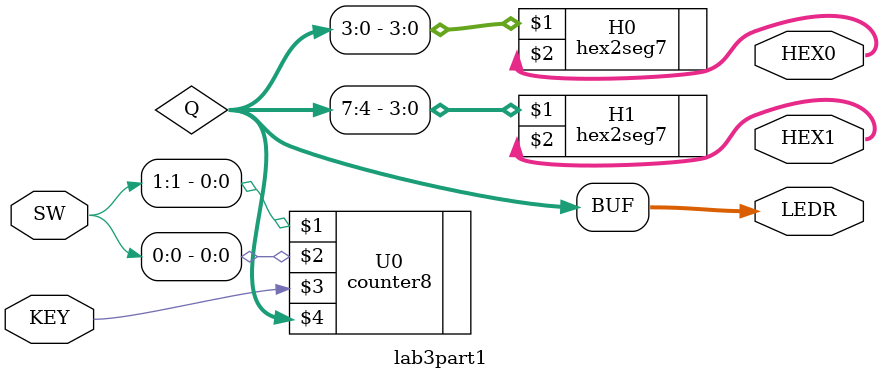
<source format=v>


module lab3part1 (SW, KEY, LEDR, HEX1, HEX0);
    input [1:0] SW; // SW[1] as enable input; SW[0] as async reset
    input [0:0] KEY; // clock
    output [7:0] LEDR; // counter state in binary
    output [6:0] HEX1, HEX0; // counter state in hex

    wire [7:0] Q;

    assign LEDR = Q;

    counter8 U0 (SW[1], SW[0], KEY, Q);

    hex2seg7 H0 (Q[3:0], HEX0);
    hex2seg7 H1 (Q[7:4], HEX1);
endmodule
</source>
